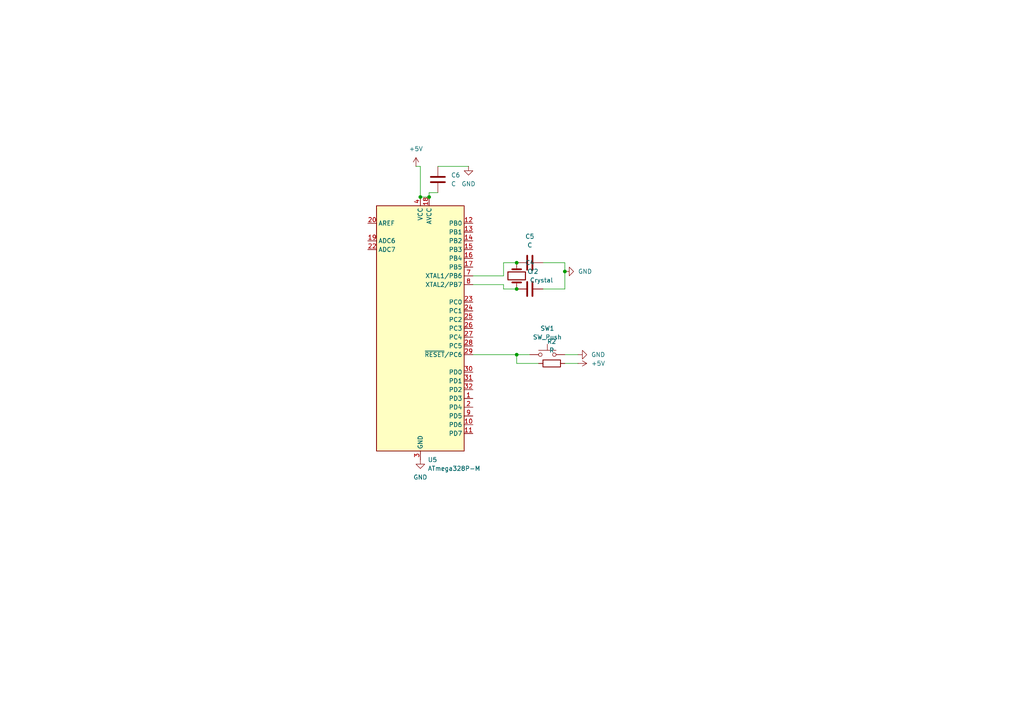
<source format=kicad_sch>
(kicad_sch (version 20250114) (generator "eeschema") (generator_version "9.0")
  (paper "A4")
  (lib_symbols
    (symbol "Connector:USB_C_Receptacle_USB2.0_16P" (pin_names (offset 1.016))
      (property "Reference" "J" (at 0 22.225 0))
      (property "Value" "USB_C_Receptacle_USB2.0_16P" (at 0 19.685 0))
      (symbol "USB_C_Receptacle_USB2.0_16P_0_0"
        (rectangle (start -0.254 -17.78) (end 0.254 -16.764))
        (rectangle (start 10.16 15.494) (end 9.144 14.986))
        (rectangle (start 10.16 10.414) (end 9.144 9.906))
        (rectangle (start 10.16 7.874) (end 9.144 7.366))
        (rectangle (start 10.16 2.794) (end 9.144 2.286))
        (rectangle (start 10.16 0.254) (end 9.144 -0.254))
        (rectangle (start 10.16 -2.286) (end 9.144 -2.794))
        (rectangle (start 10.16 -4.826) (end 9.144 -5.334))
        (rectangle (start 10.16 -12.446) (end 9.144 -12.954))
        (rectangle (start 10.16 -14.986) (end 9.144 -15.494))
      )
      (symbol "USB_C_Receptacle_USB2.0_16P_0_1"
        (rectangle (start -10.16 17.78) (end 10.16 -17.78) (stroke (width 0.254)) (fill (type background)))
        (polyline (pts (xy -8.89 -3.81) (xy -8.89 3.81)) (stroke (width 0.508)))
        (rectangle (start -7.62 -3.81) (end -6.35 3.81) (stroke (width 0.254)) (fill (type outline)))
        (arc (start -7.62 3.81) (mid -6.985 4.4423) (end -6.35 3.81) (stroke (width 0.254)))
        (arc (start -7.62 3.81) (mid -6.985 4.4423) (end -6.35 3.81) (stroke (width 0.254)) (fill (type outline)))
        (arc (start -8.89 3.81) (mid -6.985 5.7067) (end -5.08 3.81) (stroke (width 0.508)))
        (arc (start -5.08 -3.81) (mid -6.985 -5.7067) (end -8.89 -3.81) (stroke (width 0.508)))
        (arc (start -6.35 -3.81) (mid -6.985 -4.4423) (end -7.62 -3.81) (stroke (width 0.254)))
        (arc (start -6.35 -3.81) (mid -6.985 -4.4423) (end -7.62 -3.81) (stroke (width 0.254)) (fill (type outline)))
        (polyline (pts (xy -5.08 3.81) (xy -5.08 -3.81)) (stroke (width 0.508)))
        (circle (center -2.54 1.143) (radius 0.635) (stroke (width 0.254)) (fill (type outline)))
        (polyline (pts (xy -1.27 4.318) (xy 0 6.858) (xy 1.27 4.318) (xy -1.27 4.318)) (stroke (width 0.254)) (fill (type outline)))
        (polyline (pts (xy 0 -2.032) (xy 2.54 0.508) (xy 2.54 1.778)) (stroke (width 0.508)))
        (polyline (pts (xy 0 -3.302) (xy -2.54 -0.762) (xy -2.54 0.508)) (stroke (width 0.508)))
        (polyline (pts (xy 0 -5.842) (xy 0 4.318)) (stroke (width 0.508)))
        (circle (center 0 -5.842) (radius 1.27) (fill (type outline)))
        (rectangle (start 1.905 1.778) (end 3.175 3.048) (stroke (width 0.254)) (fill (type outline)))
      )
      (symbol "USB_C_Receptacle_USB2.0_16P_1_1"
        (pin passive line (at -7.62 -22.86 90) (length 5.08) (name "SHIELD") (number "S1"))
        (pin passive line (at 0 -22.86 90) (length 5.08) (name "GND") (number "A1"))
        (pin passive line (at 0 -22.86 90) (length 5.08) (hide yes) (name "GND") (number "A12"))
        (pin passive line (at 0 -22.86 90) (length 5.08) (hide yes) (name "GND") (number "B1"))
        (pin passive line (at 0 -22.86 90) (length 5.08) (hide yes) (name "GND") (number "B12"))
        (pin passive line (at 15.24 15.24 180) (length 5.08) (name "VBUS") (number "A4"))
        (pin passive line (at 15.24 15.24 180) (length 5.08) (hide yes) (name "VBUS") (number "A9"))
        (pin passive line (at 15.24 15.24 180) (length 5.08) (hide yes) (name "VBUS") (number "B4"))
        (pin passive line (at 15.24 15.24 180) (length 5.08) (hide yes) (name "VBUS") (number "B9"))
        (pin bidirectional line (at 15.24 10.16 180) (length 5.08) (name "CC1") (number "A5"))
        (pin bidirectional line (at 15.24 7.62 180) (length 5.08) (name "CC2") (number "B5"))
        (pin bidirectional line (at 15.24 2.54 180) (length 5.08) (name "D-") (number "A7"))
        (pin bidirectional line (at 15.24 0 180) (length 5.08) (name "D-") (number "B7"))
        (pin bidirectional line (at 15.24 -2.54 180) (length 5.08) (name "D+") (number "A6"))
        (pin bidirectional line (at 15.24 -5.08 180) (length 5.08) (name "D+") (number "B6"))
        (pin bidirectional line (at 15.24 -12.7 180) (length 5.08) (name "SBU1") (number "A8"))
        (pin bidirectional line (at 15.24 -15.24 180) (length 5.08) (name "SBU2") (number "B8"))
      )
    )
    (symbol "Device:C" (pin_numbers (hide yes)) (pin_names (offset 0.254))
      (property "Reference" "C" (at 0.635 2.54 0))
      (property "Value" "C" (at 0.635 -2.54 0))
      (symbol "C_0_1"
        (polyline (pts (xy -2.032 0.762) (xy 2.032 0.762)) (stroke (width 0.508)))
        (polyline (pts (xy -2.032 -0.762) (xy 2.032 -0.762)) (stroke (width 0.508)))
      )
      (symbol "C_1_1"
        (pin passive line (at 0 3.81 270) (length 2.794) (name "~") (number "1"))
        (pin passive line (at 0 -3.81 90) (length 2.794) (name "~") (number "2"))
      )
    )
    (symbol "Device:Crystal" (pin_numbers (hide yes)) (pin_names (offset 1.016) (hide yes))
      (property "Reference" "Y" (at 0 3.81 0))
      (property "Value" "Crystal" (at 0 -3.81 0))
      (symbol "Crystal_0_1"
        (polyline (pts (xy -2.54 0) (xy -1.905 0)))
        (polyline (pts (xy -1.905 -1.27) (xy -1.905 1.27)) (stroke (width 0.508)))
        (rectangle (start -1.143 2.54) (end 1.143 -2.54) (stroke (width 0.3048)))
        (polyline (pts (xy 1.905 -1.27) (xy 1.905 1.27)) (stroke (width 0.508)))
        (polyline (pts (xy 2.54 0) (xy 1.905 0)))
      )
      (symbol "Crystal_1_1"
        (pin passive line (at -3.81 0 0) (length 1.27) (name "1") (number "1"))
        (pin passive line (at 3.81 0 180) (length 1.27) (name "2") (number "2"))
      )
    )
    (symbol "Device:R" (pin_numbers (hide yes)) (pin_names (offset 0))
      (property "Reference" "R" (at 2.032 0 90))
      (property "Value" "R" (at 0 0 90))
      (symbol "R_0_1"
        (rectangle (start -1.016 -2.54) (end 1.016 2.54) (stroke (width 0.254)))
      )
      (symbol "R_1_1"
        (pin passive line (at 0 3.81 270) (length 1.27) (name "~") (number "1"))
        (pin passive line (at 0 -3.81 90) (length 1.27) (name "~") (number "2"))
      )
    )
    (symbol "MCU_Espressif:ESP32-S3"
      (property "Reference" "U" (at 10.16 -38.1 0))
      (property "Value" "ESP32-S3" (at 13.97 -40.64 0))
      (symbol "ESP32-S3_0_1"
        (rectangle (start -20.32 35.56) (end 20.32 -35.56) (stroke (width 0.254)) (fill (type background)))
      )
      (symbol "ESP32-S3_1_0"
        (pin passive line (at -5.08 38.1 270) (length 2.54) (hide yes) (name "VDDA") (number "56"))
        (pin bidirectional line (at 22.86 12.7 180) (length 2.54) (name "SPICLK_N") (number "36"))
        (pin bidirectional line (at 22.86 -10.16 180) (length 2.54) (name "MTDO") (number "45"))
        (pin bidirectional line (at 22.86 -22.86 180) (length 2.54) (name "GPIO45") (number "51"))
      )
      (symbol "ESP32-S3_1_1"
        (pin bidirectional line (at -22.86 30.48 0) (length 2.54) (name "GPIO0") (number "5"))
        (pin bidirectional line (at -22.86 27.94 0) (length 2.54) (name "GPIO1") (number "6"))
        (pin bidirectional line (at -22.86 25.4 0) (length 2.54) (name "GPIO2") (number "7"))
        (pin bidirectional line (at -22.86 22.86 0) (length 2.54) (name "GPIO3") (number "8"))
        (pin bidirectional line (at -22.86 20.32 0) (length 2.54) (name "GPIO4") (number "9"))
        (pin bidirectional line (at -22.86 17.78 0) (length 2.54) (name "GPIO5") (number "10"))
        (pin bidirectional line (at -22.86 15.24 0) (length 2.54) (name "GPIO6") (number "11"))
        (pin bidirectional line (at -22.86 12.7 0) (length 2.54) (name "GPIO7") (number "12"))
        (pin bidirectional line (at -22.86 10.16 0) (length 2.54) (name "GPIO8") (number "13"))
        (pin bidirectional line (at -22.86 7.62 0) (length 2.54) (name "GPIO9") (number "14"))
        (pin bidirectional line (at -22.86 5.08 0) (length 2.54) (name "GPIO10") (number "15"))
        (pin bidirectional line (at -22.86 2.54 0) (length 2.54) (name "GPIO11") (number "16"))
        (pin bidirectional line (at -22.86 0 0) (length 2.54) (name "GPIO12") (number "17"))
        (pin bidirectional line (at -22.86 -2.54 0) (length 2.54) (name "GPIO13") (number "18"))
        (pin bidirectional line (at -22.86 -5.08 0) (length 2.54) (name "GPIO14") (number "19"))
        (pin bidirectional line (at -22.86 -7.62 0) (length 2.54) (name "GPIO17") (number "23"))
        (pin bidirectional line (at -22.86 -10.16 0) (length 2.54) (name "GPIO18") (number "24"))
        (pin bidirectional line (at -22.86 -12.7 0) (length 2.54) (name "GPIO19/USB_D-") (number "25"))
        (pin bidirectional line (at -22.86 -15.24 0) (length 2.54) (name "GPIO20/USB_D+") (number "26"))
        (pin bidirectional line (at -22.86 -17.78 0) (length 2.54) (name "GPIO21") (number "27"))
        (pin passive line (at -22.86 -22.86 0) (length 2.54) (name "XTAL_32K_P") (number "21"))
        (pin passive line (at -22.86 -25.4 0) (length 2.54) (name "XTAL_32K_N") (number "22"))
        (pin input line (at -22.86 -27.94 0) (length 2.54) (name "XTAL_P") (number "54"))
        (pin output line (at -22.86 -30.48 0) (length 2.54) (name "XTAL_N") (number "53"))
        (pin power_in line (at -5.08 38.1 270) (length 2.54) (name "VDDA") (number "55"))
        (pin power_in line (at -2.54 38.1 270) (length 2.54) (name "VDD3P3") (number "2"))
        (pin passive line (at -2.54 38.1 270) (length 2.54) (hide yes) (name "VDD3P3") (number "3"))
        (pin power_in line (at 0 38.1 270) (length 2.54) (name "VDD3P3_RTC") (number "20"))
        (pin power_in line (at 0 -38.1 90) (length 2.54) (name "GND") (number "57"))
        (pin power_in line (at 2.54 38.1 270) (length 2.54) (name "VDD_SPI") (number "29"))
        (pin power_in line (at 5.08 38.1 270) (length 2.54) (name "VDD3P3_CPU") (number "46"))
        (pin bidirectional line (at 22.86 30.48 180) (length 2.54) (name "SPICS1") (number "28"))
        (pin bidirectional line (at 22.86 27.94 180) (length 2.54) (name "SPIHD") (number "30"))
        (pin bidirectional line (at 22.86 25.4 180) (length 2.54) (name "SPIWP") (number "31"))
        (pin bidirectional line (at 22.86 22.86 180) (length 2.54) (name "SPICS0") (number "32"))
        (pin bidirectional line (at 22.86 20.32 180) (length 2.54) (name "SPICLK") (number "33"))
        (pin bidirectional line (at 22.86 17.78 180) (length 2.54) (name "SPIQ") (number "34"))
        (pin bidirectional line (at 22.86 15.24 180) (length 2.54) (name "SPID") (number "35"))
        (pin bidirectional line (at 22.86 10.16 180) (length 2.54) (name "SPICLK_P") (number "37"))
        (pin bidirectional line (at 22.86 7.62 180) (length 2.54) (name "GPIO33") (number "38"))
        (pin bidirectional line (at 22.86 5.08 180) (length 2.54) (name "GPIO34") (number "39"))
        (pin bidirectional line (at 22.86 2.54 180) (length 2.54) (name "GPIO35") (number "40"))
        (pin bidirectional line (at 22.86 0 180) (length 2.54) (name "GPIO36") (number "41"))
        (pin bidirectional line (at 22.86 -2.54 180) (length 2.54) (name "GPIO37") (number "42"))
        (pin bidirectional line (at 22.86 -5.08 180) (length 2.54) (name "GPIO38") (number "43"))
        (pin bidirectional line (at 22.86 -7.62 180) (length 2.54) (name "MTCK") (number "44"))
        (pin bidirectional line (at 22.86 -12.7 180) (length 2.54) (name "MTDI") (number "47"))
        (pin bidirectional line (at 22.86 -15.24 180) (length 2.54) (name "MTMS") (number "48"))
        (pin bidirectional line (at 22.86 -17.78 180) (length 2.54) (name "U0TXD") (number "49"))
        (pin bidirectional line (at 22.86 -20.32 180) (length 2.54) (name "U0RXD") (number "50"))
        (pin bidirectional line (at 22.86 -25.4 180) (length 2.54) (name "GPIO46") (number "52"))
        (pin input line (at 22.86 -27.94 180) (length 2.54) (name "CHIP_PU") (number "4"))
        (pin bidirectional line (at 22.86 -30.48 180) (length 2.54) (name "LNA_IN") (number "1"))
      )
    )
    (symbol "MCU_Microchip_ATmega:ATmega16U2-A"
      (property "Reference" "U" (at -15.24 34.29 0))
      (property "Value" "ATmega16U2-A" (at 2.54 -34.29 0))
      (symbol "ATmega16U2-A_0_1"
        (rectangle (start -15.24 -33.02) (end 15.24 33.02) (stroke (width 0.254)) (fill (type background)))
      )
      (symbol "ATmega16U2-A_1_1"
        (pin bidirectional line (at -17.78 27.94 0) (length 2.54) (name "PC1/~{RESET}") (number "24"))
        (pin input line (at -17.78 22.86 0) (length 2.54) (name "XTAL1") (number "1"))
        (pin bidirectional line (at -17.78 17.78 0) (length 2.54) (name "PC0/XTAL2") (number "2"))
        (pin bidirectional line (at -17.78 12.7 0) (length 2.54) (name "D+") (number "29"))
        (pin bidirectional line (at -17.78 10.16 0) (length 2.54) (name "D-") (number "30"))
        (pin passive line (at -17.78 5.08 0) (length 2.54) (name "UCAP") (number "27"))
        (pin power_in line (at -2.54 35.56 270) (length 2.54) (name "UVCC") (number "31"))
        (pin power_in line (at -2.54 -35.56 90) (length 2.54) (name "UGND") (number "28"))
        (pin power_in line (at 0 35.56 270) (length 2.54) (name "VCC") (number "4"))
        (pin power_in line (at 0 -35.56 90) (length 2.54) (name "GND") (number "3"))
        (pin power_in line (at 2.54 35.56 270) (length 2.54) (name "AVCC") (number "32"))
        (pin bidirectional line (at 17.78 27.94 180) (length 2.54) (name "PB0") (number "14"))
        (pin bidirectional line (at 17.78 25.4 180) (length 2.54) (name "PB1") (number "15"))
        (pin bidirectional line (at 17.78 22.86 180) (length 2.54) (name "PB2") (number "16"))
        (pin bidirectional line (at 17.78 20.32 180) (length 2.54) (name "PB3") (number "17"))
        (pin bidirectional line (at 17.78 17.78 180) (length 2.54) (name "PB4") (number "18"))
        (pin bidirectional line (at 17.78 15.24 180) (length 2.54) (name "PB5") (number "19"))
        (pin bidirectional line (at 17.78 12.7 180) (length 2.54) (name "PB6") (number "20"))
        (pin bidirectional line (at 17.78 10.16 180) (length 2.54) (name "PB7") (number "21"))
        (pin bidirectional line (at 17.78 5.08 180) (length 2.54) (name "PC2") (number "5"))
        (pin bidirectional line (at 17.78 2.54 180) (length 2.54) (name "PC4") (number "26"))
        (pin bidirectional line (at 17.78 0 180) (length 2.54) (name "PC5") (number "25"))
        (pin bidirectional line (at 17.78 -2.54 180) (length 2.54) (name "PC6") (number "23"))
        (pin bidirectional line (at 17.78 -5.08 180) (length 2.54) (name "PC7") (number "22"))
        (pin bidirectional line (at 17.78 -10.16 180) (length 2.54) (name "PD0") (number "6"))
        (pin bidirectional line (at 17.78 -12.7 180) (length 2.54) (name "PD1") (number "7"))
        (pin bidirectional line (at 17.78 -15.24 180) (length 2.54) (name "PD2") (number "8"))
        (pin bidirectional line (at 17.78 -17.78 180) (length 2.54) (name "PD3") (number "9"))
        (pin bidirectional line (at 17.78 -20.32 180) (length 2.54) (name "PD4") (number "10"))
        (pin bidirectional line (at 17.78 -22.86 180) (length 2.54) (name "PD5") (number "11"))
        (pin bidirectional line (at 17.78 -25.4 180) (length 2.54) (name "PD6") (number "12"))
        (pin bidirectional line (at 17.78 -27.94 180) (length 2.54) (name "~{HWB}/PD7") (number "13"))
      )
    )
    (symbol "MCU_Microchip_ATmega:ATmega328P-M"
      (property "Reference" "U" (at -12.7 36.83 0))
      (property "Value" "ATmega328P-M" (at 2.54 -36.83 0))
      (symbol "ATmega328P-M_0_1"
        (rectangle (start -12.7 -35.56) (end 12.7 35.56) (stroke (width 0.254)) (fill (type background)))
      )
      (symbol "ATmega328P-M_1_1"
        (pin passive line (at -15.24 30.48 0) (length 2.54) (name "AREF") (number "20"))
        (pin input line (at -15.24 25.4 0) (length 2.54) (name "ADC6") (number "19"))
        (pin input line (at -15.24 22.86 0) (length 2.54) (name "ADC7") (number "22"))
        (pin power_in line (at 0 38.1 270) (length 2.54) (name "VCC") (number "4"))
        (pin passive line (at 0 38.1 270) (length 2.54) (hide yes) (name "VCC") (number "6"))
        (pin passive line (at 0 -38.1 90) (length 2.54) (hide yes) (name "GND") (number "21"))
        (pin power_in line (at 0 -38.1 90) (length 2.54) (name "GND") (number "3"))
        (pin passive line (at 0 -38.1 90) (length 2.54) (hide yes) (name "GND") (number "33"))
        (pin passive line (at 0 -38.1 90) (length 2.54) (hide yes) (name "GND") (number "5"))
        (pin power_in line (at 2.54 38.1 270) (length 2.54) (name "AVCC") (number "18"))
        (pin bidirectional line (at 15.24 30.48 180) (length 2.54) (name "PB0") (number "12"))
        (pin bidirectional line (at 15.24 27.94 180) (length 2.54) (name "PB1") (number "13"))
        (pin bidirectional line (at 15.24 25.4 180) (length 2.54) (name "PB2") (number "14"))
        (pin bidirectional line (at 15.24 22.86 180) (length 2.54) (name "PB3") (number "15"))
        (pin bidirectional line (at 15.24 20.32 180) (length 2.54) (name "PB4") (number "16"))
        (pin bidirectional line (at 15.24 17.78 180) (length 2.54) (name "PB5") (number "17"))
        (pin bidirectional line (at 15.24 15.24 180) (length 2.54) (name "XTAL1/PB6") (number "7"))
        (pin bidirectional line (at 15.24 12.7 180) (length 2.54) (name "XTAL2/PB7") (number "8"))
        (pin bidirectional line (at 15.24 7.62 180) (length 2.54) (name "PC0") (number "23"))
        (pin bidirectional line (at 15.24 5.08 180) (length 2.54) (name "PC1") (number "24"))
        (pin bidirectional line (at 15.24 2.54 180) (length 2.54) (name "PC2") (number "25"))
        (pin bidirectional line (at 15.24 0 180) (length 2.54) (name "PC3") (number "26"))
        (pin bidirectional line (at 15.24 -2.54 180) (length 2.54) (name "PC4") (number "27"))
        (pin bidirectional line (at 15.24 -5.08 180) (length 2.54) (name "PC5") (number "28"))
        (pin bidirectional line (at 15.24 -7.62 180) (length 2.54) (name "~{RESET}/PC6") (number "29"))
        (pin bidirectional line (at 15.24 -12.7 180) (length 2.54) (name "PD0") (number "30"))
        (pin bidirectional line (at 15.24 -15.24 180) (length 2.54) (name "PD1") (number "31"))
        (pin bidirectional line (at 15.24 -17.78 180) (length 2.54) (name "PD2") (number "32"))
        (pin bidirectional line (at 15.24 -20.32 180) (length 2.54) (name "PD3") (number "1"))
        (pin bidirectional line (at 15.24 -22.86 180) (length 2.54) (name "PD4") (number "2"))
        (pin bidirectional line (at 15.24 -25.4 180) (length 2.54) (name "PD5") (number "9"))
        (pin bidirectional line (at 15.24 -27.94 180) (length 2.54) (name "PD6") (number "10"))
        (pin bidirectional line (at 15.24 -30.48 180) (length 2.54) (name "PD7") (number "11"))
      )
    )
    (symbol "MCU_RaspberryPi:RP2350A"
      (property "Reference" "U" (at 17.526 47.244 0))
      (property "Value" "RP2350A" (at 17.526 44.704 0))
      (symbol "RP2350A_0_1"
        (rectangle (start -21.59 41.91) (end 21.59 -41.91) (stroke (width 0.254)) (fill (type background)))
      )
      (symbol "RP2350A_1_0"
        (pin power_in line (at -17.78 45.72 270) (length 3.81) (name "VREG_AVDD") (number "46"))
        (pin power_in line (at -12.7 45.72 270) (length 3.81) (name "USB_OTP_VDD") (number "53"))
        (pin power_in line (at -5.08 45.72 270) (length 3.81) (name "QSPI_IOVDD") (number "54"))
        (pin power_in line (at -2.54 -45.72 90) (length 3.81) (name "VREG_PGND") (number "47"))
        (pin passive line (at 12.7 45.72 270) (length 3.81) (hide yes) (name "DVDD") (number "39"))
        (pin power_in line (at 12.7 45.72 270) (length 3.81) (name "DVDD") (number "6"))
      )
      (symbol "RP2350A_1_1"
        (pin input line (at -25.4 22.86 0) (length 3.81) (name "RUN") (number "26"))
        (pin bidirectional line (at -25.4 15.24 0) (length 3.81) (name "USB_DM") (number "51"))
        (pin bidirectional line (at -25.4 12.7 0) (length 3.81) (name "USB_DP") (number "52"))
        (pin output line (at -25.4 5.08 0) (length 3.81) (name "~{QSPI_SS}") (number "60"))
        (pin output line (at -25.4 2.54 0) (length 3.81) (name "QSPI_SCLK") (number "56"))
        (pin bidirectional line (at -25.4 0 0) (length 3.81) (name "QSPI_SD0") (number "57"))
        (pin bidirectional line (at -25.4 -2.54 0) (length 3.81) (name "QSPI_SD1") (number "59"))
        (pin bidirectional line (at -25.4 -5.08 0) (length 3.81) (name "QSPI_SD2") (number "58"))
        (pin bidirectional line (at -25.4 -7.62 0) (length 3.81) (name "QSPI_SD3") (number "55"))
        (pin input line (at -25.4 -15.24 0) (length 3.81) (name "XIN") (number "21"))
        (pin output line (at -25.4 -25.4 0) (length 3.81) (name "XOUT") (number "22"))
        (pin input line (at -25.4 -33.02 0) (length 3.81) (name "SWCLK") (number "24"))
        (pin bidirectional line (at -25.4 -35.56 0) (length 3.81) (name "SWDIO") (number "25"))
        (pin power_in line (at -10.16 45.72 270) (length 3.81) (name "ADC_AVDD") (number "44"))
        (pin power_in line (at -2.54 45.72 270) (length 3.81) (name "IOVDD") (number "1"))
        (pin passive line (at -2.54 45.72 270) (length 3.81) (hide yes) (name "IOVDD") (number "11"))
        (pin passive line (at -2.54 45.72 270) (length 3.81) (hide yes) (name "IOVDD") (number "20"))
        (pin passive line (at -2.54 45.72 270) (length 3.81) (hide yes) (name "IOVDD") (number "30"))
        (pin passive line (at -2.54 45.72 270) (length 3.81) (hide yes) (name "IOVDD") (number "38"))
        (pin passive line (at -2.54 45.72 270) (length 3.81) (hide yes) (name "IOVDD") (number "45"))
        (pin power_in line (at 0 -45.72 90) (length 3.81) (name "GND") (number "61"))
        (pin power_in line (at 2.54 45.72 270) (length 3.81) (name "VREG_VIN") (number "49"))
        (pin power_out line (at 5.08 45.72 270) (length 3.81) (name "VREG_LX") (number "48"))
        (pin passive line (at 7.62 45.72 270) (length 3.81) (name "VREG_FB") (number "50"))
        (pin passive line (at 12.7 45.72 270) (length 3.81) (hide yes) (name "DVDD") (number "23"))
        (pin bidirectional line (at 25.4 38.1 180) (length 3.81) (name "GPIO0") (number "2"))
        (pin bidirectional line (at 25.4 35.56 180) (length 3.81) (name "GPIO1") (number "3"))
        (pin bidirectional line (at 25.4 33.02 180) (length 3.81) (name "GPIO2") (number "4"))
        (pin bidirectional line (at 25.4 30.48 180) (length 3.81) (name "GPIO3") (number "5"))
        (pin bidirectional line (at 25.4 27.94 180) (length 3.81) (name "GPIO4") (number "7"))
        (pin bidirectional line (at 25.4 25.4 180) (length 3.81) (name "GPIO5") (number "8"))
        (pin bidirectional line (at 25.4 22.86 180) (length 3.81) (name "GPIO6") (number "9"))
        (pin bidirectional line (at 25.4 20.32 180) (length 3.81) (name "GPIO7") (number "10"))
        (pin bidirectional line (at 25.4 17.78 180) (length 3.81) (name "GPIO8") (number "12"))
        (pin bidirectional line (at 25.4 15.24 180) (length 3.81) (name "GPIO9") (number "13"))
        (pin bidirectional line (at 25.4 12.7 180) (length 3.81) (name "GPIO10") (number "14"))
        (pin bidirectional line (at 25.4 10.16 180) (length 3.81) (name "GPIO11") (number "15"))
        (pin bidirectional line (at 25.4 7.62 180) (length 3.81) (name "GPIO12") (number "16"))
        (pin bidirectional line (at 25.4 5.08 180) (length 3.81) (name "GPIO13") (number "17"))
        (pin bidirectional line (at 25.4 2.54 180) (length 3.81) (name "GPIO14") (number "18"))
        (pin bidirectional line (at 25.4 0 180) (length 3.81) (name "GPIO15") (number "19"))
        (pin bidirectional line (at 25.4 -2.54 180) (length 3.81) (name "GPIO16") (number "27"))
        (pin bidirectional line (at 25.4 -5.08 180) (length 3.81) (name "GPIO17") (number "28"))
        (pin bidirectional line (at 25.4 -7.62 180) (length 3.81) (name "GPIO18") (number "29"))
        (pin bidirectional line (at 25.4 -10.16 180) (length 3.81) (name "GPIO19") (number "31"))
        (pin bidirectional line (at 25.4 -12.7 180) (length 3.81) (name "GPIO20") (number "32"))
        (pin bidirectional line (at 25.4 -15.24 180) (length 3.81) (name "GPIO21") (number "33"))
        (pin bidirectional line (at 25.4 -17.78 180) (length 3.81) (name "GPIO22") (number "34"))
        (pin bidirectional line (at 25.4 -20.32 180) (length 3.81) (name "GPIO23") (number "35"))
        (pin bidirectional line (at 25.4 -22.86 180) (length 3.81) (name "GPIO24") (number "36"))
        (pin bidirectional line (at 25.4 -25.4 180) (length 3.81) (name "GPIO25") (number "37"))
        (pin bidirectional line (at 25.4 -30.48 180) (length 3.81) (name "GPIO26/ADC0") (number "40"))
        (pin bidirectional line (at 25.4 -33.02 180) (length 3.81) (name "GPIO27/ADC1") (number "41"))
        (pin bidirectional line (at 25.4 -35.56 180) (length 3.81) (name "GPIO28/ADC2") (number "42"))
        (pin bidirectional line (at 25.4 -38.1 180) (length 3.81) (name "GPIO29/ADC3") (number "43"))
      )
    )
    (symbol "Power_Protection:USBLC6-2SC6" (pin_names (hide yes))
      (property "Reference" "U" (at 0.635 5.715 0))
      (property "Value" "USBLC6-2SC6" (at 0.635 3.81 0))
      (symbol "USBLC6-2SC6_0_0"
        (circle (center -1.524 0) (radius 0.0001) (stroke (width 0.508)))
        (circle (center -0.508 2.032) (radius 0.0001) (stroke (width 0.508)))
        (circle (center -0.508 -4.572) (radius 0.0001) (stroke (width 0.508)))
        (circle (center 0.508 2.032) (radius 0.0001) (stroke (width 0.508)))
        (circle (center 0.508 -4.572) (radius 0.0001) (stroke (width 0.508)))
        (circle (center 1.524 -2.54) (radius 0.0001) (stroke (width 0.508)))
      )
      (symbol "USBLC6-2SC6_0_1"
        (polyline (pts (xy -2.54 0) (xy 2.54 0)))
        (polyline (pts (xy -2.54 -2.54) (xy 2.54 -2.54)))
        (polyline (pts (xy -2.032 0.508) (xy -1.016 0.508) (xy -1.524 1.524) (xy -2.032 0.508)))
        (polyline (pts (xy -2.032 -3.048) (xy -1.016 -3.048)))
        (polyline (pts (xy -1.016 1.524) (xy -2.032 1.524)))
        (polyline (pts (xy -1.016 -4.064) (xy -2.032 -4.064) (xy -1.524 -3.048) (xy -1.016 -4.064)))
        (polyline (pts (xy -0.508 -1.143) (xy -0.508 -0.762) (xy 0.508 -0.762)))
        (polyline (pts (xy 0 2.54) (xy -0.508 2.032) (xy 0.508 2.032) (xy 0 1.524) (xy 0 -4.064) (xy -0.508 -4.572) (xy 0.508 -4.572) (xy 0 -5.08)))
        (polyline (pts (xy 0.508 -1.778) (xy -0.508 -1.778) (xy 0 -0.762) (xy 0.508 -1.778)))
        (polyline (pts (xy 1.016 1.524) (xy 2.032 1.524)))
        (polyline (pts (xy 1.016 -3.048) (xy 2.032 -3.048)))
        (polyline (pts (xy 2.032 0.508) (xy 1.016 0.508) (xy 1.524 1.524) (xy 2.032 0.508)))
        (polyline (pts (xy 2.032 -4.064) (xy 1.016 -4.064) (xy 1.524 -3.048) (xy 2.032 -4.064)))
      )
      (symbol "USBLC6-2SC6_1_1"
        (rectangle (start -2.54 2.794) (end 2.54 -5.334) (stroke (width 0.254)) (fill (type background)))
        (polyline (pts (xy -0.508 2.032) (xy -1.524 2.032) (xy -1.524 -4.572) (xy -0.508 -4.572)))
        (polyline (pts (xy 0.508 -4.572) (xy 1.524 -4.572) (xy 1.524 2.032) (xy 0.508 2.032)))
        (pin passive line (at -5.08 0 0) (length 2.54) (name "I/O1") (number "1"))
        (pin passive line (at -5.08 -2.54 0) (length 2.54) (name "I/O2") (number "3"))
        (pin passive line (at 0 5.08 270) (length 2.54) (name "VBUS") (number "5"))
        (pin passive line (at 0 -7.62 90) (length 2.54) (name "GND") (number "2"))
        (pin passive line (at 5.08 0 180) (length 2.54) (name "I/O1") (number "6"))
        (pin passive line (at 5.08 -2.54 180) (length 2.54) (name "I/O2") (number "4"))
      )
    )
    (symbol "Switch:SW_Push" (pin_numbers (hide yes)) (pin_names (offset 1.016) (hide yes))
      (property "Reference" "SW" (at 1.27 2.54 0))
      (property "Value" "SW_Push" (at 0 -1.524 0))
      (symbol "SW_Push_0_1"
        (circle (center -2.032 0) (radius 0.508))
        (polyline (pts (xy 0 1.27) (xy 0 3.048)))
        (circle (center 2.032 0) (radius 0.508))
        (polyline (pts (xy 2.54 1.27) (xy -2.54 1.27)))
        (pin passive line (at -5.08 0 0) (length 2.54) (name "1") (number "1"))
        (pin passive line (at 5.08 0 180) (length 2.54) (name "2") (number "2"))
      )
    )
    (symbol "power:+5V" (power) (pin_numbers (hide yes)) (pin_names (offset 0) (hide yes))
      (property "Value" "+5V" (at 0 3.556 0))
      (symbol "+5V_0_1"
        (polyline (pts (xy -0.762 1.27) (xy 0 2.54)))
        (polyline (pts (xy 0 2.54) (xy 0.762 1.27)))
        (polyline (pts (xy 0 0) (xy 0 2.54)))
      )
      (symbol "+5V_1_1"
        (pin power_in line (at 0 0 90) (length 0) (name "~") (number "1"))
      )
    )
    (symbol "power:GND" (power) (pin_numbers (hide yes)) (pin_names (offset 0) (hide yes))
      (property "Value" "GND" (at 0 -3.81 0))
      (symbol "GND_0_1"
        (polyline (pts (xy 0 0) (xy 0 -1.27) (xy 1.27 -1.27) (xy 0 -2.54) (xy -1.27 -1.27) (xy 0 -1.27)))
      )
      (symbol "GND_1_1"
        (pin power_in line (at 0 0 270) (length 0) (name "~") (number "1"))
      )
    )
  )
  (rectangle (start -693.42 -374.65) (end -485.14 -273.05))
  (rectangle (start -589.28 -476.25) (end -485.14 -374.65))
  (rectangle (start -693.42 -476.25) (end -589.28 -374.65))
  (text "ATMEL: \n1. Clock - 16 MHz with 2 caps- 1 on each terminal connected to GND\nconnect Clock to XTAL 1/2 pins. 1 megaohm resistor in parallel with the crystal\n2. Power - Decoupling cap of 100nF at VCC and AVCC\n3. " (at -448.31 -599.44 0) (effects (font (size 1.27 1.27))))
  (text "ATMEL" (at -529.59 -474.472 0) (effects (font (size 1.27 1.27))))
  (text "RP2350" (at -539.75 -372.11 0) (effects (font (size 1.27 1.27))))
  (text "ESP32\n" (at -637.032 -474.218 0) (effects (font (size 1.27 1.27))))
  (junction (at 163.83 78.74))
  (junction (at 124.46 57.15))
  (junction (at -529.59 -648.97))
  (junction (at 121.92 57.15))
  (junction (at -577.85 -633.73))
  (junction (at -556.26 -637.54))
  (junction (at -563.88 -637.54))
  (junction (at 149.86 102.87))
  (junction (at 149.86 83.82))
  (junction (at -532.13 -648.97))
  (junction (at -556.26 -629.92))
  (junction (at 149.86 76.2))
  (junction (at -563.88 -629.92))
  (wire (pts (xy 163.83 76.2) (xy 163.83 78.74)))
  (wire (pts (xy 137.16 102.87) (xy 149.86 102.87)))
  (wire (pts (xy 121.92 57.15) (xy 121.92 48.26)))
  (wire (pts (xy -527.05 -648.97) (xy -527.05 -654.05)))
  (wire (pts (xy 127 48.26) (xy 135.89 48.26)))
  (wire (pts (xy -532.13 -648.97) (xy -529.59 -648.97)))
  (wire (pts (xy -556.26 -637.54) (xy -549.91 -637.54)))
  (wire (pts (xy 149.86 105.41) (xy 149.86 102.87)))
  (wire (pts (xy 156.21 105.41) (xy 149.86 105.41)))
  (wire (pts (xy -577.85 -629.92) (xy -577.85 -633.73)))
  (wire (pts (xy 163.83 105.41) (xy 167.64 105.41)))
  (wire (pts (xy 146.05 83.82) (xy 149.86 83.82)))
  (wire (pts (xy 146.05 76.2) (xy 146.05 80.01)))
  (wire (pts (xy -563.88 -637.54) (xy -570.23 -637.54)))
  (wire (pts (xy 146.05 82.55) (xy 146.05 83.82)))
  (wire (pts (xy 137.16 82.55) (xy 146.05 82.55)))
  (wire (pts (xy -563.88 -637.54) (xy -556.26 -637.54)))
  (wire (pts (xy -577.85 -633.73) (xy -577.85 -637.54)))
  (wire (pts (xy -556.26 -629.92) (xy -549.91 -629.92)))
  (wire (pts (xy -628.65 -384.81) (xy -628.65 -379.73)))
  (wire (pts (xy 121.92 48.26) (xy 120.65 48.26)))
  (wire (pts (xy -542.29 -316.23) (xy -533.4 -316.23)))
  (wire (pts (xy 163.83 83.82) (xy 163.83 78.74)))
  (wire (pts (xy -532.13 -654.05) (xy -532.13 -648.97)))
  (wire (pts (xy -563.88 -629.92) (xy -556.26 -629.92)))
  (wire (pts (xy 121.92 57.15) (xy 124.46 57.15)))
  (wire (pts (xy -515.62 -661.67) (xy -515.62 -657.86)))
  (wire (pts (xy -527.05 -661.67) (xy -515.62 -661.67)))
  (wire (pts (xy 127 55.88) (xy 124.46 55.88)))
  (wire (pts (xy -549.91 -629.92) (xy -549.91 -631.19)))
  (wire (pts (xy 157.48 83.82) (xy 163.83 83.82)))
  (wire (pts (xy 146.05 80.01) (xy 137.16 80.01)))
  (wire (pts (xy -563.88 -629.92) (xy -570.23 -629.92)))
  (wire (pts (xy -532.13 -577.85) (xy -532.13 -572.77)))
  (wire (pts (xy 157.48 76.2) (xy 163.83 76.2)))
  (wire (pts (xy 163.83 102.87) (xy 167.64 102.87)))
  (wire (pts (xy -529.59 -648.97) (xy -527.05 -648.97)))
  (wire (pts (xy 149.86 102.87) (xy 153.67 102.87)))
  (wire (pts (xy 124.46 55.88) (xy 124.46 57.15)))
  (wire (pts (xy 149.86 76.2) (xy 146.05 76.2)))
  (wire (pts (xy -549.91 -637.54) (xy -549.91 -636.27)))
  (symbol (lib_id "Device:C") (at -574.04 -629.92 270) (unit 1)
    (property "Reference" "C1" (at -574.04 -623.57 90))
    (property "Value" "20pf" (at -574.04 -626.11 90))
    (property "Description" "Unpolarized capacitor" (effects (hide yes)))
  )
  (symbol (lib_id "power:+5V") (at 120.65 48.26 0) (unit 1)
    (property "Reference" "#PWR012" (effects (hide yes)))
    (property "Value" "+5V" (at 120.65 43.18 0))
    (property "Description" "Power symbol creates a global label with name \"+5V\"" (effects (hide yes)))
  )
  (symbol (lib_id "Device:C") (at 127 52.07 0) (unit 1)
    (property "Reference" "C6" (at 130.81 50.7999 0) (effects (justify left)))
    (property "Value" "C" (at 130.81 53.3399 0) (effects (justify left)))
    (property "Description" "Unpolarized capacitor" (effects (hide yes)))
  )
  (symbol (lib_id "Device:C") (at -527.05 -657.86 0) (unit 1)
    (property "Reference" "C3" (at -523.24 -659.1301 0) (effects (justify left)))
    (property "Value" "C" (at -523.24 -656.5901 0) (effects (justify left)))
    (property "Description" "Unpolarized capacitor" (effects (hide yes)))
  )
  (symbol (lib_id "Connector:USB_C_Receptacle_USB2.0_16P") (at -626.11 -628.65 0) (unit 1)
    (property "Reference" "J2" (at -626.11 -651.51 0))
    (property "Value" "USB_C_Receptacle_USB2.0_16P" (at -626.11 -648.97 0))
    (property "Datasheet" "https://www.usb.org/sites/default/files/documents/usb_type-c.zip" (effects (hide yes)))
    (property "Description" "USB 2.0-only 16P Type-C Receptacle connector" (effects (hide yes)))
  )
  (symbol (lib_id "Device:C") (at 153.67 83.82 90) (unit 1)
    (property "Reference" "C4" (at 153.67 76.2 90))
    (property "Value" "C" (at 153.67 78.74 90))
    (property "Description" "Unpolarized capacitor" (effects (hide yes)))
  )
  (symbol (lib_id "Device:C") (at -574.04 -637.54 90) (unit 1)
    (property "Reference" "C2" (at -574.04 -641.35 90))
    (property "Value" "20pf" (at -574.04 -643.89 90))
    (property "Description" "Unpolarized capacitor" (effects (hide yes)))
  )
  (symbol (lib_id "Device:C") (at 153.67 76.2 90) (unit 1)
    (property "Reference" "C5" (at 153.67 68.58 90))
    (property "Value" "C" (at 153.67 71.12 90))
    (property "Description" "Unpolarized capacitor" (effects (hide yes)))
  )
  (symbol (lib_id "Power_Protection:USBLC6-2SC6") (at -660.4 -629.92 0) (unit 1)
    (property "Reference" "U4" (at -658.7489 -637.54 0) (effects (justify left)))
    (property "Value" "USBLC6-2SC6" (at -658.7489 -635 0) (effects (justify left)))
    (property "Footprint" "Package_TO_SOT_SMD:SOT-23-6" (effects (hide yes)))
    (property "Datasheet" "https://www.st.com/resource/en/datasheet/usblc6-2.pdf" (effects (hide yes)))
    (property "Description" "Very low capacitance ESD protection diode, 2 data-line, SOT-23-6" (effects (hide yes)))
  )
  (symbol (lib_id "power:GND") (at 121.92 133.35 0) (unit 1)
    (property "Reference" "#PWR09" (effects (hide yes)))
    (property "Value" "GND" (at 121.92 138.43 0))
    (property "Description" "Power symbol creates a global label with name \"GND\" , ground" (effects (hide yes)))
  )
  (symbol (lib_id "power:GND") (at -515.62 -657.86 0) (unit 1)
    (property "Reference" "#PWR05" (effects (hide yes)))
    (property "Value" "GND" (at -515.62 -651.51 0))
    (property "Description" "Power symbol creates a global label with name \"GND\" , ground" (effects (hide yes)))
  )
  (symbol (lib_id "power:+5V") (at -532.13 -654.05 0) (unit 1)
    (property "Reference" "#PWR06" (effects (hide yes)))
    (property "Value" "+5V" (at -532.13 -657.86 0))
    (property "Description" "Power symbol creates a global label with name \"+5V\"" (effects (hide yes)))
  )
  (symbol (lib_id "power:GND") (at -533.4 -316.23 90) (unit 1)
    (property "Reference" "#PWR03" (effects (hide yes)))
    (property "Value" "GND" (at -529.59 -316.2301 90) (effects (justify right)))
    (property "Description" "Power symbol creates a global label with name \"GND\" , ground" (effects (hide yes)))
  )
  (symbol (lib_id "power:GND") (at -628.65 -379.73 0) (unit 1)
    (property "Reference" "#PWR01" (effects (hide yes)))
    (property "Value" "GND" (at -628.65 -374.65 0))
    (property "Description" "Power symbol creates a global label with name \"GND\" , ground" (effects (hide yes)))
  )
  (symbol (lib_id "MCU_Espressif:ESP32-S3") (at -628.65 -422.91 0) (unit 1)
    (property "Reference" "U3" (at -626.5067 -384.81 0) (effects (justify left)))
    (property "Value" "ESP32-S3" (at -626.5067 -382.27 0) (effects (justify left)))
    (property "Footprint" "Package_DFN_QFN:QFN-56-1EP_7x7mm_P0.4mm_EP4x4mm" (effects (hide yes)))
    (property "Datasheet" "https://www.espressif.com/sites/default/files/documentation/esp32-s3_datasheet_en.pdf" (effects (hide yes)))
    (property "Description" "Microcontroller, Wi-Fi 802.11b/g/n, Bluetooth, 32bit" (effects (hide yes)))
  )
  (symbol (lib_id "Device:R") (at -556.26 -633.73 0) (unit 1)
    (property "Reference" "R1" (at -553.72 -635.0001 0) (effects (justify left)))
    (property "Value" "R" (at -553.72 -632.4601 0) (effects (justify left)))
    (property "Description" "Resistor" (effects (hide yes)))
  )
  (symbol (lib_id "Device:Crystal") (at 149.86 80.01 90) (unit 1)
    (property "Reference" "Y2" (at 153.67 78.7399 90) (effects (justify right)))
    (property "Value" "Crystal" (at 153.67 81.2799 90) (effects (justify right)))
    (property "Description" "Two pin crystal" (effects (hide yes)))
  )
  (symbol (lib_id "power:GND") (at -577.85 -633.73 270) (unit 1)
    (property "Reference" "#PWR04" (effects (hide yes)))
    (property "Value" "GND" (at -581.66 -633.7299 90) (effects (justify right)))
    (property "Description" "Power symbol creates a global label with name \"GND\" , ground" (effects (hide yes)))
  )
  (symbol (lib_id "power:GND") (at 135.89 48.26 0) (unit 1)
    (property "Reference" "#PWR08" (effects (hide yes)))
    (property "Value" "GND" (at 135.89 53.34 0))
    (property "Description" "Power symbol creates a global label with name \"GND\" , ground" (effects (hide yes)))
  )
  (symbol (lib_id "Device:R") (at 160.02 105.41 90) (unit 1)
    (property "Reference" "R2" (at 160.02 99.06 90))
    (property "Value" "R" (at 160.02 101.6 90))
    (property "Description" "Resistor" (effects (hide yes)))
  )
  (symbol (lib_id "MCU_RaspberryPi:RP2350A") (at -588.01 -316.23 90) (unit 1)
    (property "Reference" "U1" (at -539.75 -321.6754 90))
    (property "Value" "RP2350A" (at -539.75 -319.1354 90))
    (property "Footprint" "Package_DFN_QFN:QFN-60-1EP_7x7mm_P0.4mm_EP3.4x3.4mm" (effects (hide yes)))
    (property "Datasheet" "https://datasheets.raspberrypi.com/rp2350/rp2350-datasheet.pdf" (effects (hide yes)))
    (property "Description" "A microcontroller by Raspberry Pi, dual CPU architecture (ARM Cortex-M33 / RISC-V Hazard3), 150MHz, no flash, 520KB SRAM, 12 PIO state machines, VQFN-60" (effects (hide yes)))
    (property private "KLC_S4.2_DVDD" "Not a standalone power converter; internal on-chip voltage regulator for digital core supply; DVDD is the digital core power supply, should be placed next to voltage regulator output." (effects (hide yes)))
    (property private "KLC_S4.2_VREG_LX" "Should be placed next to DVDD." (effects (hide yes)))
  )
  (symbol (lib_id "Device:Crystal") (at -563.88 -633.73 270) (unit 1)
    (property "Reference" "Y1" (at -567.69 -632.4599 90) (effects (justify right)))
    (property "Value" "16MHz" (at -567.69 -634.9999 90) (effects (justify right)))
    (property "Description" "Two pin crystal" (effects (hide yes)))
  )
  (symbol (lib_id "MCU_Microchip_ATmega:ATmega16U2-A") (at -532.13 -613.41 0) (unit 1)
    (property "Reference" "U2" (at -529.9867 -576.58 0) (effects (justify left)))
    (property "Value" "ATmega16U2-A" (at -529.9867 -574.04 0) (effects (justify left)))
    (property "Footprint" "Package_QFP:TQFP-32_7x7mm_P0.8mm" (effects (hide yes)))
    (property "Datasheet" "http://ww1.microchip.com/downloads/en/DeviceDoc/doc7799.pdf" (effects (hide yes)))
    (property "Description" "16MHz, 16kB Flash, 512B SRAM, 512B EEPROM, TQFP-32" (effects (hide yes)))
  )
  (symbol (lib_id "power:GND") (at -532.13 -572.77 0) (unit 1)
    (property "Reference" "#PWR02" (effects (hide yes)))
    (property "Value" "GND" (at -532.13 -567.69 0))
    (property "Description" "Power symbol creates a global label with name \"GND\" , ground" (effects (hide yes)))
  )
  (symbol (lib_id "Switch:SW_Push") (at 158.75 102.87 0) (unit 1)
    (property "Reference" "SW1" (at 158.75 95.25 0))
    (property "Value" "SW_Push" (at 158.75 97.79 0))
    (property "Description" "Push button switch, generic, two pins" (effects (hide yes)))
  )
  (symbol (lib_id "power:+5V") (at 167.64 105.41 270) (unit 1)
    (property "Reference" "#PWR010" (effects (hide yes)))
    (property "Value" "+5V" (at 171.45 105.4099 90) (effects (justify left)))
    (property "Description" "Power symbol creates a global label with name \"+5V\"" (effects (hide yes)))
  )
  (symbol (lib_id "power:GND") (at 167.64 102.87 90) (unit 1)
    (property "Reference" "#PWR011" (effects (hide yes)))
    (property "Value" "GND" (at 171.45 102.8699 90) (effects (justify right)))
    (property "Description" "Power symbol creates a global label with name \"GND\" , ground" (effects (hide yes)))
  )
  (symbol (lib_id "power:GND") (at 163.83 78.74 90) (unit 1)
    (property "Reference" "#PWR07" (effects (hide yes)))
    (property "Value" "GND" (at 167.64 78.7399 90) (effects (justify right)))
    (property "Description" "Power symbol creates a global label with name \"GND\" , ground" (effects (hide yes)))
  )
  (symbol (lib_id "MCU_Microchip_ATmega:ATmega328P-M") (at 121.92 95.25 0) (unit 1)
    (property "Reference" "U5" (at 124.0633 133.35 0) (effects (justify left)))
    (property "Value" "ATmega328P-M" (at 124.0633 135.89 0) (effects (justify left)))
    (property "Footprint" "Package_DFN_QFN:QFN-32-1EP_5x5mm_P0.5mm_EP3.1x3.1mm" (effects (hide yes)))
    (property "Datasheet" "http://ww1.microchip.com/downloads/en/DeviceDoc/ATmega328_P%20AVR%20MCU%20with%20picoPower%20Technology%20Data%20Sheet%2040001984A.pdf" (effects (hide yes)))
    (property "Description" "20MHz, 32kB Flash, 2kB SRAM, 1kB EEPROM, QFN-32" (effects (hide yes)))
  )
)
</source>
